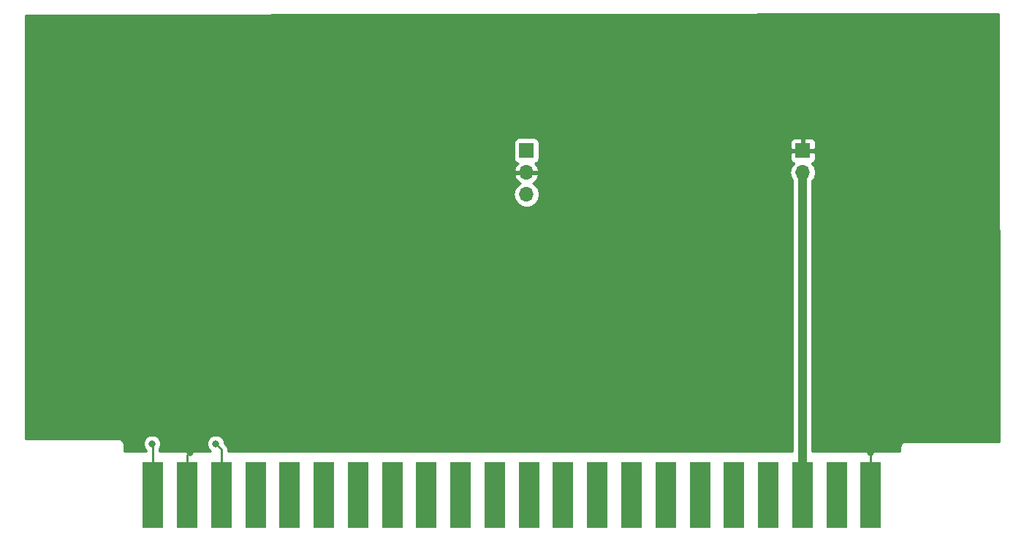
<source format=gbr>
G04 #@! TF.GenerationSoftware,KiCad,Pcbnew,5.0-dev-unknown-997d4de~62~ubuntu17.10.1*
G04 #@! TF.CreationDate,2018-02-23T16:33:40-08:00*
G04 #@! TF.ProjectId,Carrier_Board,436172726965725F426F6172642E6B69,rev?*
G04 #@! TF.SameCoordinates,Original*
G04 #@! TF.FileFunction,Copper,L2,Bot,Signal*
G04 #@! TF.FilePolarity,Positive*
%FSLAX46Y46*%
G04 Gerber Fmt 4.6, Leading zero omitted, Abs format (unit mm)*
G04 Created by KiCad (PCBNEW 5.0-dev-unknown-997d4de~62~ubuntu17.10.1) date Fri Feb 23 16:33:40 2018*
%MOMM*%
%LPD*%
G01*
G04 APERTURE LIST*
%ADD10O,1.700000X1.700000*%
%ADD11R,1.700000X1.700000*%
%ADD12R,2.390000X7.600000*%
%ADD13C,0.800000*%
%ADD14C,0.250000*%
%ADD15C,1.000000*%
%ADD16C,0.254000*%
G04 APERTURE END LIST*
D10*
X144000000Y-90080000D03*
X144000000Y-87540000D03*
D11*
X144000000Y-85000000D03*
D12*
X179920001Y-124989822D03*
X100720001Y-124989822D03*
X124480001Y-124989822D03*
X104680001Y-124989822D03*
X183880001Y-124989822D03*
X152200001Y-124989822D03*
X136360001Y-124989822D03*
X128440001Y-124989822D03*
X116560001Y-124989822D03*
X108640001Y-124989822D03*
X112600001Y-124989822D03*
X172000001Y-124989822D03*
X160120001Y-124989822D03*
X132400001Y-124989822D03*
X175960001Y-124989822D03*
X140320001Y-124989822D03*
X156160001Y-124989822D03*
X144280001Y-124989822D03*
X148240001Y-124989822D03*
X164080001Y-124989822D03*
X120520001Y-124989822D03*
X168040001Y-124989822D03*
D10*
X176000000Y-87540000D03*
D11*
X176000000Y-85000000D03*
D13*
X108000000Y-119000000D03*
X178000000Y-117000000D03*
X178000000Y-113000000D03*
X178000000Y-109000000D03*
X178000000Y-105000000D03*
X178000000Y-102000000D03*
X178000000Y-99000000D03*
X178000000Y-95000000D03*
X178000000Y-92000000D03*
X178000000Y-89000000D03*
X174000000Y-117000000D03*
X174000000Y-113000000D03*
X174000000Y-109000000D03*
X174000000Y-105000000D03*
X174000000Y-102000000D03*
X174000000Y-99000000D03*
X174000000Y-95000000D03*
X174000000Y-92000000D03*
X174000000Y-89000000D03*
X183880001Y-120000000D03*
X105000000Y-120000000D03*
X100625000Y-119000000D03*
D14*
X108640001Y-119640001D02*
X108000000Y-119000000D01*
X108640001Y-124989822D02*
X108640001Y-119640001D01*
X183880001Y-124989822D02*
X183880001Y-120000000D01*
X104680001Y-120319999D02*
X105000000Y-120000000D01*
X104680001Y-124989822D02*
X104680001Y-120319999D01*
X100720001Y-124989822D02*
X100720001Y-119095001D01*
X100720001Y-119095001D02*
X100625000Y-119000000D01*
D15*
X175960001Y-124989822D02*
X175960001Y-87579999D01*
X175960001Y-87579999D02*
X176000000Y-87540000D01*
D16*
G36*
X198714652Y-118740000D02*
X188019926Y-118740000D01*
X187950000Y-118726091D01*
X187880075Y-118740000D01*
X187880074Y-118740000D01*
X187672972Y-118781195D01*
X187438119Y-118938119D01*
X187281195Y-119172972D01*
X187226091Y-119450000D01*
X187240001Y-119519931D01*
X187240001Y-119873000D01*
X177095001Y-119873000D01*
X177095001Y-88574144D01*
X177398839Y-88119418D01*
X177514092Y-87540000D01*
X177398839Y-86960582D01*
X177070625Y-86469375D01*
X177048967Y-86454904D01*
X177209698Y-86388327D01*
X177388327Y-86209699D01*
X177485000Y-85976310D01*
X177485000Y-85285750D01*
X177326250Y-85127000D01*
X176127000Y-85127000D01*
X176127000Y-85147000D01*
X175873000Y-85147000D01*
X175873000Y-85127000D01*
X174673750Y-85127000D01*
X174515000Y-85285750D01*
X174515000Y-85976310D01*
X174611673Y-86209699D01*
X174790302Y-86388327D01*
X174951033Y-86454904D01*
X174929375Y-86469375D01*
X174601161Y-86960582D01*
X174485908Y-87540000D01*
X174601161Y-88119418D01*
X174825002Y-88454420D01*
X174825001Y-119873000D01*
X109400001Y-119873000D01*
X109400001Y-119714847D01*
X109414889Y-119640000D01*
X109400001Y-119565153D01*
X109400001Y-119565149D01*
X109355905Y-119343464D01*
X109187930Y-119092072D01*
X109124474Y-119049672D01*
X109035000Y-118960198D01*
X109035000Y-118794126D01*
X108877431Y-118413720D01*
X108586280Y-118122569D01*
X108205874Y-117965000D01*
X107794126Y-117965000D01*
X107413720Y-118122569D01*
X107122569Y-118413720D01*
X106965000Y-118794126D01*
X106965000Y-119205874D01*
X107122569Y-119586280D01*
X107409289Y-119873000D01*
X101480001Y-119873000D01*
X101480001Y-119608710D01*
X101502431Y-119586280D01*
X101660000Y-119205874D01*
X101660000Y-118794126D01*
X101502431Y-118413720D01*
X101211280Y-118122569D01*
X100830874Y-117965000D01*
X100419126Y-117965000D01*
X100038720Y-118122569D01*
X99747569Y-118413720D01*
X99590000Y-118794126D01*
X99590000Y-119205874D01*
X99747569Y-119586280D01*
X99960002Y-119798713D01*
X99960002Y-119873000D01*
X97385000Y-119873000D01*
X97385000Y-119169926D01*
X97398909Y-119100000D01*
X97343805Y-118822972D01*
X97186881Y-118588119D01*
X96952028Y-118431195D01*
X96744926Y-118390000D01*
X96675000Y-118376091D01*
X96605075Y-118390000D01*
X85960703Y-118390000D01*
X85988746Y-90080000D01*
X142485908Y-90080000D01*
X142601161Y-90659418D01*
X142929375Y-91150625D01*
X143420582Y-91478839D01*
X143853744Y-91565000D01*
X144146256Y-91565000D01*
X144579418Y-91478839D01*
X145070625Y-91150625D01*
X145398839Y-90659418D01*
X145514092Y-90080000D01*
X145398839Y-89500582D01*
X145070625Y-89009375D01*
X144751522Y-88796157D01*
X144881358Y-88735183D01*
X145271645Y-88306924D01*
X145441476Y-87896890D01*
X145320155Y-87667000D01*
X144127000Y-87667000D01*
X144127000Y-87687000D01*
X143873000Y-87687000D01*
X143873000Y-87667000D01*
X142679845Y-87667000D01*
X142558524Y-87896890D01*
X142728355Y-88306924D01*
X143118642Y-88735183D01*
X143248478Y-88796157D01*
X142929375Y-89009375D01*
X142601161Y-89500582D01*
X142485908Y-90080000D01*
X85988746Y-90080000D01*
X85994620Y-84150000D01*
X142502560Y-84150000D01*
X142502560Y-85850000D01*
X142551843Y-86097765D01*
X142692191Y-86307809D01*
X142902235Y-86448157D01*
X143005708Y-86468739D01*
X142728355Y-86773076D01*
X142558524Y-87183110D01*
X142679845Y-87413000D01*
X143873000Y-87413000D01*
X143873000Y-87393000D01*
X144127000Y-87393000D01*
X144127000Y-87413000D01*
X145320155Y-87413000D01*
X145441476Y-87183110D01*
X145271645Y-86773076D01*
X144994292Y-86468739D01*
X145097765Y-86448157D01*
X145307809Y-86307809D01*
X145448157Y-86097765D01*
X145497440Y-85850000D01*
X145497440Y-84150000D01*
X145472316Y-84023690D01*
X174515000Y-84023690D01*
X174515000Y-84714250D01*
X174673750Y-84873000D01*
X175873000Y-84873000D01*
X175873000Y-83673750D01*
X176127000Y-83673750D01*
X176127000Y-84873000D01*
X177326250Y-84873000D01*
X177485000Y-84714250D01*
X177485000Y-84023690D01*
X177388327Y-83790301D01*
X177209698Y-83611673D01*
X176976309Y-83515000D01*
X176285750Y-83515000D01*
X176127000Y-83673750D01*
X175873000Y-83673750D01*
X175714250Y-83515000D01*
X175023691Y-83515000D01*
X174790302Y-83611673D01*
X174611673Y-83790301D01*
X174515000Y-84023690D01*
X145472316Y-84023690D01*
X145448157Y-83902235D01*
X145307809Y-83692191D01*
X145097765Y-83551843D01*
X144850000Y-83502560D01*
X143150000Y-83502560D01*
X142902235Y-83551843D01*
X142692191Y-83692191D01*
X142551843Y-83902235D01*
X142502560Y-84150000D01*
X85994620Y-84150000D01*
X86009297Y-69334068D01*
X198690349Y-69185933D01*
X198714652Y-118740000D01*
X198714652Y-118740000D01*
G37*
X198714652Y-118740000D02*
X188019926Y-118740000D01*
X187950000Y-118726091D01*
X187880075Y-118740000D01*
X187880074Y-118740000D01*
X187672972Y-118781195D01*
X187438119Y-118938119D01*
X187281195Y-119172972D01*
X187226091Y-119450000D01*
X187240001Y-119519931D01*
X187240001Y-119873000D01*
X177095001Y-119873000D01*
X177095001Y-88574144D01*
X177398839Y-88119418D01*
X177514092Y-87540000D01*
X177398839Y-86960582D01*
X177070625Y-86469375D01*
X177048967Y-86454904D01*
X177209698Y-86388327D01*
X177388327Y-86209699D01*
X177485000Y-85976310D01*
X177485000Y-85285750D01*
X177326250Y-85127000D01*
X176127000Y-85127000D01*
X176127000Y-85147000D01*
X175873000Y-85147000D01*
X175873000Y-85127000D01*
X174673750Y-85127000D01*
X174515000Y-85285750D01*
X174515000Y-85976310D01*
X174611673Y-86209699D01*
X174790302Y-86388327D01*
X174951033Y-86454904D01*
X174929375Y-86469375D01*
X174601161Y-86960582D01*
X174485908Y-87540000D01*
X174601161Y-88119418D01*
X174825002Y-88454420D01*
X174825001Y-119873000D01*
X109400001Y-119873000D01*
X109400001Y-119714847D01*
X109414889Y-119640000D01*
X109400001Y-119565153D01*
X109400001Y-119565149D01*
X109355905Y-119343464D01*
X109187930Y-119092072D01*
X109124474Y-119049672D01*
X109035000Y-118960198D01*
X109035000Y-118794126D01*
X108877431Y-118413720D01*
X108586280Y-118122569D01*
X108205874Y-117965000D01*
X107794126Y-117965000D01*
X107413720Y-118122569D01*
X107122569Y-118413720D01*
X106965000Y-118794126D01*
X106965000Y-119205874D01*
X107122569Y-119586280D01*
X107409289Y-119873000D01*
X101480001Y-119873000D01*
X101480001Y-119608710D01*
X101502431Y-119586280D01*
X101660000Y-119205874D01*
X101660000Y-118794126D01*
X101502431Y-118413720D01*
X101211280Y-118122569D01*
X100830874Y-117965000D01*
X100419126Y-117965000D01*
X100038720Y-118122569D01*
X99747569Y-118413720D01*
X99590000Y-118794126D01*
X99590000Y-119205874D01*
X99747569Y-119586280D01*
X99960002Y-119798713D01*
X99960002Y-119873000D01*
X97385000Y-119873000D01*
X97385000Y-119169926D01*
X97398909Y-119100000D01*
X97343805Y-118822972D01*
X97186881Y-118588119D01*
X96952028Y-118431195D01*
X96744926Y-118390000D01*
X96675000Y-118376091D01*
X96605075Y-118390000D01*
X85960703Y-118390000D01*
X85988746Y-90080000D01*
X142485908Y-90080000D01*
X142601161Y-90659418D01*
X142929375Y-91150625D01*
X143420582Y-91478839D01*
X143853744Y-91565000D01*
X144146256Y-91565000D01*
X144579418Y-91478839D01*
X145070625Y-91150625D01*
X145398839Y-90659418D01*
X145514092Y-90080000D01*
X145398839Y-89500582D01*
X145070625Y-89009375D01*
X144751522Y-88796157D01*
X144881358Y-88735183D01*
X145271645Y-88306924D01*
X145441476Y-87896890D01*
X145320155Y-87667000D01*
X144127000Y-87667000D01*
X144127000Y-87687000D01*
X143873000Y-87687000D01*
X143873000Y-87667000D01*
X142679845Y-87667000D01*
X142558524Y-87896890D01*
X142728355Y-88306924D01*
X143118642Y-88735183D01*
X143248478Y-88796157D01*
X142929375Y-89009375D01*
X142601161Y-89500582D01*
X142485908Y-90080000D01*
X85988746Y-90080000D01*
X85994620Y-84150000D01*
X142502560Y-84150000D01*
X142502560Y-85850000D01*
X142551843Y-86097765D01*
X142692191Y-86307809D01*
X142902235Y-86448157D01*
X143005708Y-86468739D01*
X142728355Y-86773076D01*
X142558524Y-87183110D01*
X142679845Y-87413000D01*
X143873000Y-87413000D01*
X143873000Y-87393000D01*
X144127000Y-87393000D01*
X144127000Y-87413000D01*
X145320155Y-87413000D01*
X145441476Y-87183110D01*
X145271645Y-86773076D01*
X144994292Y-86468739D01*
X145097765Y-86448157D01*
X145307809Y-86307809D01*
X145448157Y-86097765D01*
X145497440Y-85850000D01*
X145497440Y-84150000D01*
X145472316Y-84023690D01*
X174515000Y-84023690D01*
X174515000Y-84714250D01*
X174673750Y-84873000D01*
X175873000Y-84873000D01*
X175873000Y-83673750D01*
X176127000Y-83673750D01*
X176127000Y-84873000D01*
X177326250Y-84873000D01*
X177485000Y-84714250D01*
X177485000Y-84023690D01*
X177388327Y-83790301D01*
X177209698Y-83611673D01*
X176976309Y-83515000D01*
X176285750Y-83515000D01*
X176127000Y-83673750D01*
X175873000Y-83673750D01*
X175714250Y-83515000D01*
X175023691Y-83515000D01*
X174790302Y-83611673D01*
X174611673Y-83790301D01*
X174515000Y-84023690D01*
X145472316Y-84023690D01*
X145448157Y-83902235D01*
X145307809Y-83692191D01*
X145097765Y-83551843D01*
X144850000Y-83502560D01*
X143150000Y-83502560D01*
X142902235Y-83551843D01*
X142692191Y-83692191D01*
X142551843Y-83902235D01*
X142502560Y-84150000D01*
X85994620Y-84150000D01*
X86009297Y-69334068D01*
X198690349Y-69185933D01*
X198714652Y-118740000D01*
M02*

</source>
